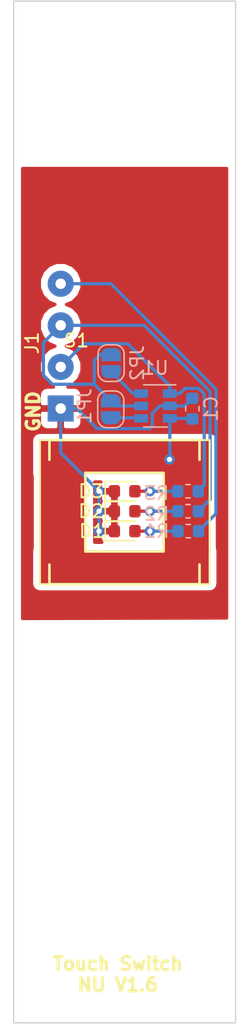
<source format=kicad_pcb>
(kicad_pcb (version 20171130) (host pcbnew 5.0.2-bee76a0~70~ubuntu18.04.1)

  (general
    (thickness 1.6)
    (drawings 36)
    (tracks 83)
    (zones 0)
    (modules 12)
    (nets 11)
  )

  (page A4)
  (layers
    (0 F.Cu signal)
    (31 B.Cu signal)
    (32 B.Adhes user)
    (33 F.Adhes user)
    (34 B.Paste user)
    (35 F.Paste user)
    (36 B.SilkS user)
    (37 F.SilkS user)
    (38 B.Mask user)
    (39 F.Mask user)
    (40 Dwgs.User user)
    (41 Cmts.User user hide)
    (42 Eco1.User user)
    (43 Eco2.User user)
    (44 Edge.Cuts user)
    (45 Margin user)
    (46 B.CrtYd user)
    (47 F.CrtYd user)
    (48 B.Fab user hide)
    (49 F.Fab user hide)
  )

  (setup
    (last_trace_width 0.25)
    (trace_clearance 0.2)
    (zone_clearance 0.508)
    (zone_45_only no)
    (trace_min 0.2)
    (segment_width 0.2)
    (edge_width 0.2)
    (via_size 0.8)
    (via_drill 0.4)
    (via_min_size 0.4)
    (via_min_drill 0.3)
    (uvia_size 0.3)
    (uvia_drill 0.1)
    (uvias_allowed no)
    (uvia_min_size 0.2)
    (uvia_min_drill 0.1)
    (pcb_text_width 0.3)
    (pcb_text_size 1.5 1.5)
    (mod_edge_width 0.15)
    (mod_text_size 1 1)
    (mod_text_width 0.15)
    (pad_size 10 10)
    (pad_drill 0)
    (pad_to_mask_clearance 0)
    (solder_mask_min_width 0.25)
    (aux_axis_origin 0 0)
    (visible_elements FFFBFF7F)
    (pcbplotparams
      (layerselection 0x010fc_ffffffff)
      (usegerberextensions true)
      (usegerberattributes false)
      (usegerberadvancedattributes false)
      (creategerberjobfile false)
      (excludeedgelayer true)
      (linewidth 0.100000)
      (plotframeref false)
      (viasonmask false)
      (mode 1)
      (useauxorigin false)
      (hpglpennumber 1)
      (hpglpenspeed 20)
      (hpglpendiameter 15.000000)
      (psnegative false)
      (psa4output false)
      (plotreference true)
      (plotvalue true)
      (plotinvisibletext false)
      (padsonsilk false)
      (subtractmaskfromsilk false)
      (outputformat 1)
      (mirror false)
      (drillshape 0)
      (scaleselection 1)
      (outputdirectory "Gerber/V1_5_80mm/"))
  )

  (net 0 "")
  (net 1 "Net-(C1-Pad1)")
  (net 2 "Net-(C1-Pad2)")
  (net 3 "Net-(D1-Pad2)")
  (net 4 "Net-(D2-Pad2)")
  (net 5 "Net-(D3-Pad2)")
  (net 6 "Net-(J1-Pad2)")
  (net 7 "Net-(J1-Pad3)")
  (net 8 "Net-(J1-Pad4)")
  (net 9 "Net-(JP1-Pad1)")
  (net 10 "Net-(JP2-Pad1)")

  (net_class Default "This is the default net class."
    (clearance 0.2)
    (trace_width 0.25)
    (via_dia 0.8)
    (via_drill 0.4)
    (uvia_dia 0.3)
    (uvia_drill 0.1)
    (add_net "Net-(C1-Pad1)")
    (add_net "Net-(C1-Pad2)")
    (add_net "Net-(D1-Pad2)")
    (add_net "Net-(D2-Pad2)")
    (add_net "Net-(D3-Pad2)")
    (add_net "Net-(J1-Pad2)")
    (add_net "Net-(J1-Pad3)")
    (add_net "Net-(J1-Pad4)")
    (add_net "Net-(JP1-Pad1)")
    (add_net "Net-(JP2-Pad1)")
  )

  (module Jumper:SolderJumper-2_P1.3mm_Open_RoundedPad1.0x1.5mm (layer B.Cu) (tedit 5B391E66) (tstamp 5DB82044)
    (at 119.05 77.825 90)
    (descr "SMD Solder Jumper, 1x1.5mm, rounded Pads, 0.3mm gap, open")
    (tags "solder jumper open")
    (path /5D357067)
    (attr virtual)
    (fp_text reference JP2 (at 0 2 90) (layer B.SilkS)
      (effects (font (size 1 1) (thickness 0.15)) (justify mirror))
    )
    (fp_text value SolderJumper_2_Open (at 0 -1.9 90) (layer B.Fab)
      (effects (font (size 1 1) (thickness 0.15)) (justify mirror))
    )
    (fp_line (start 1.65 -1.25) (end -1.65 -1.25) (layer B.CrtYd) (width 0.05))
    (fp_line (start 1.65 -1.25) (end 1.65 1.25) (layer B.CrtYd) (width 0.05))
    (fp_line (start -1.65 1.25) (end -1.65 -1.25) (layer B.CrtYd) (width 0.05))
    (fp_line (start -1.65 1.25) (end 1.65 1.25) (layer B.CrtYd) (width 0.05))
    (fp_line (start -0.7 1) (end 0.7 1) (layer B.SilkS) (width 0.12))
    (fp_line (start 1.4 0.3) (end 1.4 -0.3) (layer B.SilkS) (width 0.12))
    (fp_line (start 0.7 -1) (end -0.7 -1) (layer B.SilkS) (width 0.12))
    (fp_line (start -1.4 -0.3) (end -1.4 0.3) (layer B.SilkS) (width 0.12))
    (fp_arc (start -0.7 0.3) (end -0.7 1) (angle 90) (layer B.SilkS) (width 0.12))
    (fp_arc (start -0.7 -0.3) (end -1.4 -0.3) (angle 90) (layer B.SilkS) (width 0.12))
    (fp_arc (start 0.7 -0.3) (end 0.7 -1) (angle 90) (layer B.SilkS) (width 0.12))
    (fp_arc (start 0.7 0.3) (end 1.4 0.3) (angle 90) (layer B.SilkS) (width 0.12))
    (pad 2 smd custom (at 0.65 0 90) (size 1 0.5) (layers B.Cu B.Mask)
      (net 7 "Net-(J1-Pad3)") (zone_connect 0)
      (options (clearance outline) (anchor rect))
      (primitives
        (gr_circle (center 0 -0.25) (end 0.5 -0.25) (width 0))
        (gr_circle (center 0 0.25) (end 0.5 0.25) (width 0))
        (gr_poly (pts
           (xy 0 0.75) (xy -0.5 0.75) (xy -0.5 -0.75) (xy 0 -0.75)) (width 0))
      ))
    (pad 1 smd custom (at -0.65 0 90) (size 1 0.5) (layers B.Cu B.Mask)
      (net 10 "Net-(JP2-Pad1)") (zone_connect 0)
      (options (clearance outline) (anchor rect))
      (primitives
        (gr_circle (center 0 -0.25) (end 0.5 -0.25) (width 0))
        (gr_circle (center 0 0.25) (end 0.5 0.25) (width 0))
        (gr_poly (pts
           (xy 0 0.75) (xy 0.5 0.75) (xy 0.5 -0.75) (xy 0 -0.75)) (width 0))
      ))
  )

  (module Jumper:SolderJumper-2_P1.3mm_Open_RoundedPad1.0x1.5mm (layer B.Cu) (tedit 5B391E66) (tstamp 5DB82083)
    (at 119.025 81.35 90)
    (descr "SMD Solder Jumper, 1x1.5mm, rounded Pads, 0.3mm gap, open")
    (tags "solder jumper open")
    (path /5D356FFC)
    (attr virtual)
    (fp_text reference JP1 (at 0.25 -2 90) (layer B.SilkS)
      (effects (font (size 1 1) (thickness 0.15)) (justify mirror))
    )
    (fp_text value SolderJumper_2_Open (at 0 -1.9 90) (layer B.Fab)
      (effects (font (size 1 1) (thickness 0.15)) (justify mirror))
    )
    (fp_arc (start 0.7 0.3) (end 1.4 0.3) (angle 90) (layer B.SilkS) (width 0.12))
    (fp_arc (start 0.7 -0.3) (end 0.7 -1) (angle 90) (layer B.SilkS) (width 0.12))
    (fp_arc (start -0.7 -0.3) (end -1.4 -0.3) (angle 90) (layer B.SilkS) (width 0.12))
    (fp_arc (start -0.7 0.3) (end -0.7 1) (angle 90) (layer B.SilkS) (width 0.12))
    (fp_line (start -1.4 -0.3) (end -1.4 0.3) (layer B.SilkS) (width 0.12))
    (fp_line (start 0.7 -1) (end -0.7 -1) (layer B.SilkS) (width 0.12))
    (fp_line (start 1.4 0.3) (end 1.4 -0.3) (layer B.SilkS) (width 0.12))
    (fp_line (start -0.7 1) (end 0.7 1) (layer B.SilkS) (width 0.12))
    (fp_line (start -1.65 1.25) (end 1.65 1.25) (layer B.CrtYd) (width 0.05))
    (fp_line (start -1.65 1.25) (end -1.65 -1.25) (layer B.CrtYd) (width 0.05))
    (fp_line (start 1.65 -1.25) (end 1.65 1.25) (layer B.CrtYd) (width 0.05))
    (fp_line (start 1.65 -1.25) (end -1.65 -1.25) (layer B.CrtYd) (width 0.05))
    (pad 1 smd custom (at -0.65 0 90) (size 1 0.5) (layers B.Cu B.Mask)
      (net 9 "Net-(JP1-Pad1)") (zone_connect 0)
      (options (clearance outline) (anchor rect))
      (primitives
        (gr_circle (center 0 -0.25) (end 0.5 -0.25) (width 0))
        (gr_circle (center 0 0.25) (end 0.5 0.25) (width 0))
        (gr_poly (pts
           (xy 0 0.75) (xy 0.5 0.75) (xy 0.5 -0.75) (xy 0 -0.75)) (width 0))
      ))
    (pad 2 smd custom (at 0.65 0 90) (size 1 0.5) (layers B.Cu B.Mask)
      (net 7 "Net-(J1-Pad3)") (zone_connect 0)
      (options (clearance outline) (anchor rect))
      (primitives
        (gr_circle (center 0 -0.25) (end 0.5 -0.25) (width 0))
        (gr_circle (center 0 0.25) (end 0.5 0.25) (width 0))
        (gr_poly (pts
           (xy 0 0.75) (xy -0.5 0.75) (xy -0.5 -0.75) (xy 0 -0.75)) (width 0))
      ))
  )

  (module Package_TO_SOT_SMD:SOT-23-6 (layer B.Cu) (tedit 5A02FF57) (tstamp 5DB820BA)
    (at 122.451 81.092 180)
    (descr "6-pin SOT-23 package")
    (tags SOT-23-6)
    (path /5D355C7E)
    (attr smd)
    (fp_text reference U1 (at 0 2.9 180) (layer B.SilkS)
      (effects (font (size 1 1) (thickness 0.15)) (justify mirror))
    )
    (fp_text value TTP223 (at 0 -2.9 180) (layer B.Fab)
      (effects (font (size 1 1) (thickness 0.15)) (justify mirror))
    )
    (fp_text user %R (at 0 0 90) (layer B.Fab)
      (effects (font (size 0.5 0.5) (thickness 0.075)) (justify mirror))
    )
    (fp_line (start -0.9 -1.61) (end 0.9 -1.61) (layer B.SilkS) (width 0.12))
    (fp_line (start 0.9 1.61) (end -1.55 1.61) (layer B.SilkS) (width 0.12))
    (fp_line (start 1.9 1.8) (end -1.9 1.8) (layer B.CrtYd) (width 0.05))
    (fp_line (start 1.9 -1.8) (end 1.9 1.8) (layer B.CrtYd) (width 0.05))
    (fp_line (start -1.9 -1.8) (end 1.9 -1.8) (layer B.CrtYd) (width 0.05))
    (fp_line (start -1.9 1.8) (end -1.9 -1.8) (layer B.CrtYd) (width 0.05))
    (fp_line (start -0.9 0.9) (end -0.25 1.55) (layer B.Fab) (width 0.1))
    (fp_line (start 0.9 1.55) (end -0.25 1.55) (layer B.Fab) (width 0.1))
    (fp_line (start -0.9 0.9) (end -0.9 -1.55) (layer B.Fab) (width 0.1))
    (fp_line (start 0.9 -1.55) (end -0.9 -1.55) (layer B.Fab) (width 0.1))
    (fp_line (start 0.9 1.55) (end 0.9 -1.55) (layer B.Fab) (width 0.1))
    (pad 1 smd rect (at -1.1 0.95 180) (size 1.06 0.65) (layers B.Cu B.Paste B.Mask)
      (net 6 "Net-(J1-Pad2)"))
    (pad 2 smd rect (at -1.1 0 180) (size 1.06 0.65) (layers B.Cu B.Paste B.Mask)
      (net 2 "Net-(C1-Pad2)"))
    (pad 3 smd rect (at -1.1 -0.95 180) (size 1.06 0.65) (layers B.Cu B.Paste B.Mask)
      (net 1 "Net-(C1-Pad1)"))
    (pad 4 smd rect (at 1.1 -0.95 180) (size 1.06 0.65) (layers B.Cu B.Paste B.Mask)
      (net 9 "Net-(JP1-Pad1)"))
    (pad 6 smd rect (at 1.1 0.95 180) (size 1.06 0.65) (layers B.Cu B.Paste B.Mask)
      (net 10 "Net-(JP2-Pad1)"))
    (pad 5 smd rect (at 1.1 0 180) (size 1.06 0.65) (layers B.Cu B.Paste B.Mask)
      (net 7 "Net-(J1-Pad3)"))
    (model ${KISYS3DMOD}/Package_TO_SOT_SMD.3dshapes/SOT-23-6.wrl
      (at (xyz 0 0 0))
      (scale (xyz 1 1 1))
      (rotate (xyz 0 0 0))
    )
  )

  (module Capacitor_SMD:C_0603_1608Metric (layer B.Cu) (tedit 5B301BBE) (tstamp 5DB82238)
    (at 125.275 81.3 90)
    (descr "Capacitor SMD 0603 (1608 Metric), square (rectangular) end terminal, IPC_7351 nominal, (Body size source: http://www.tortai-tech.com/upload/download/2011102023233369053.pdf), generated with kicad-footprint-generator")
    (tags capacitor)
    (path /5D357F6A)
    (attr smd)
    (fp_text reference C1 (at 0 1.43 90) (layer B.SilkS)
      (effects (font (size 1 1) (thickness 0.15)) (justify mirror))
    )
    (fp_text value 1.2pF (at 0 -1.43 90) (layer B.Fab)
      (effects (font (size 1 1) (thickness 0.15)) (justify mirror))
    )
    (fp_line (start -0.8 -0.4) (end -0.8 0.4) (layer B.Fab) (width 0.1))
    (fp_line (start -0.8 0.4) (end 0.8 0.4) (layer B.Fab) (width 0.1))
    (fp_line (start 0.8 0.4) (end 0.8 -0.4) (layer B.Fab) (width 0.1))
    (fp_line (start 0.8 -0.4) (end -0.8 -0.4) (layer B.Fab) (width 0.1))
    (fp_line (start -0.162779 0.51) (end 0.162779 0.51) (layer B.SilkS) (width 0.12))
    (fp_line (start -0.162779 -0.51) (end 0.162779 -0.51) (layer B.SilkS) (width 0.12))
    (fp_line (start -1.48 -0.73) (end -1.48 0.73) (layer B.CrtYd) (width 0.05))
    (fp_line (start -1.48 0.73) (end 1.48 0.73) (layer B.CrtYd) (width 0.05))
    (fp_line (start 1.48 0.73) (end 1.48 -0.73) (layer B.CrtYd) (width 0.05))
    (fp_line (start 1.48 -0.73) (end -1.48 -0.73) (layer B.CrtYd) (width 0.05))
    (fp_text user %R (at 0 0 90) (layer B.Fab)
      (effects (font (size 0.4 0.4) (thickness 0.06)) (justify mirror))
    )
    (pad 1 smd roundrect (at -0.7875 0 90) (size 0.875 0.95) (layers B.Cu B.Paste B.Mask) (roundrect_rratio 0.25)
      (net 1 "Net-(C1-Pad1)"))
    (pad 2 smd roundrect (at 0.7875 0 90) (size 0.875 0.95) (layers B.Cu B.Paste B.Mask) (roundrect_rratio 0.25)
      (net 2 "Net-(C1-Pad2)"))
    (model ${KISYS3DMOD}/Capacitor_SMD.3dshapes/C_0603_1608Metric.wrl
      (at (xyz 0 0 0))
      (scale (xyz 1 1 1))
      (rotate (xyz 0 0 0))
    )
  )

  (module LED_SMD:LED_0603_1608Metric (layer F.Cu) (tedit 5B301BBE) (tstamp 5DB82270)
    (at 120.0875 90.65)
    (descr "LED SMD 0603 (1608 Metric), square (rectangular) end terminal, IPC_7351 nominal, (Body size source: http://www.tortai-tech.com/upload/download/2011102023233369053.pdf), generated with kicad-footprint-generator")
    (tags diode)
    (path /5D354EE5)
    (attr smd)
    (fp_text reference D1 (at -2.5145 0) (layer F.SilkS)
      (effects (font (size 1 1) (thickness 0.15)))
    )
    (fp_text value LED_RED (at -7.9625 -0.1) (layer F.Fab)
      (effects (font (size 1 1) (thickness 0.15)))
    )
    (fp_line (start 0.8 -0.4) (end -0.5 -0.4) (layer F.Fab) (width 0.1))
    (fp_line (start -0.5 -0.4) (end -0.8 -0.1) (layer F.Fab) (width 0.1))
    (fp_line (start -0.8 -0.1) (end -0.8 0.4) (layer F.Fab) (width 0.1))
    (fp_line (start -0.8 0.4) (end 0.8 0.4) (layer F.Fab) (width 0.1))
    (fp_line (start 0.8 0.4) (end 0.8 -0.4) (layer F.Fab) (width 0.1))
    (fp_line (start 0.8 -0.735) (end -1.485 -0.735) (layer F.SilkS) (width 0.12))
    (fp_line (start -1.485 -0.735) (end -1.485 0.735) (layer F.SilkS) (width 0.12))
    (fp_line (start -1.485 0.735) (end 0.8 0.735) (layer F.SilkS) (width 0.12))
    (fp_line (start -1.48 0.73) (end -1.48 -0.73) (layer F.CrtYd) (width 0.05))
    (fp_line (start -1.48 -0.73) (end 1.48 -0.73) (layer F.CrtYd) (width 0.05))
    (fp_line (start 1.48 -0.73) (end 1.48 0.73) (layer F.CrtYd) (width 0.05))
    (fp_line (start 1.48 0.73) (end -1.48 0.73) (layer F.CrtYd) (width 0.05))
    (fp_text user %R (at 0 0) (layer F.Fab)
      (effects (font (size 0.4 0.4) (thickness 0.06)))
    )
    (pad 1 smd roundrect (at -0.7875 0) (size 0.875 0.95) (layers F.Cu F.Paste F.Mask) (roundrect_rratio 0.25)
      (net 2 "Net-(C1-Pad2)"))
    (pad 2 smd roundrect (at 0.7875 0) (size 0.875 0.95) (layers F.Cu F.Paste F.Mask) (roundrect_rratio 0.25)
      (net 3 "Net-(D1-Pad2)"))
    (model ${KISYS3DMOD}/LED_SMD.3dshapes/LED_0603_1608Metric.wrl
      (at (xyz 0 0 0))
      (scale (xyz 1 1 1))
      (rotate (xyz 0 0 0))
    )
  )

  (module LED_SMD:LED_0603_1608Metric (layer F.Cu) (tedit 5B301BBE) (tstamp 5DB822AC)
    (at 120.0875 89.131)
    (descr "LED SMD 0603 (1608 Metric), square (rectangular) end terminal, IPC_7351 nominal, (Body size source: http://www.tortai-tech.com/upload/download/2011102023233369053.pdf), generated with kicad-footprint-generator")
    (tags diode)
    (path /5D354FAC)
    (attr smd)
    (fp_text reference D2 (at -2.5655 0) (layer F.SilkS)
      (effects (font (size 1 1) (thickness 0.15)))
    )
    (fp_text value LED_BLUE (at -7.5875 -0.006) (layer F.Fab)
      (effects (font (size 1 1) (thickness 0.15)))
    )
    (fp_text user %R (at 0 0) (layer F.Fab)
      (effects (font (size 0.4 0.4) (thickness 0.06)))
    )
    (fp_line (start 1.48 0.73) (end -1.48 0.73) (layer F.CrtYd) (width 0.05))
    (fp_line (start 1.48 -0.73) (end 1.48 0.73) (layer F.CrtYd) (width 0.05))
    (fp_line (start -1.48 -0.73) (end 1.48 -0.73) (layer F.CrtYd) (width 0.05))
    (fp_line (start -1.48 0.73) (end -1.48 -0.73) (layer F.CrtYd) (width 0.05))
    (fp_line (start -1.485 0.735) (end 0.8 0.735) (layer F.SilkS) (width 0.12))
    (fp_line (start -1.485 -0.735) (end -1.485 0.735) (layer F.SilkS) (width 0.12))
    (fp_line (start 0.8 -0.735) (end -1.485 -0.735) (layer F.SilkS) (width 0.12))
    (fp_line (start 0.8 0.4) (end 0.8 -0.4) (layer F.Fab) (width 0.1))
    (fp_line (start -0.8 0.4) (end 0.8 0.4) (layer F.Fab) (width 0.1))
    (fp_line (start -0.8 -0.1) (end -0.8 0.4) (layer F.Fab) (width 0.1))
    (fp_line (start -0.5 -0.4) (end -0.8 -0.1) (layer F.Fab) (width 0.1))
    (fp_line (start 0.8 -0.4) (end -0.5 -0.4) (layer F.Fab) (width 0.1))
    (pad 2 smd roundrect (at 0.7875 0) (size 0.875 0.95) (layers F.Cu F.Paste F.Mask) (roundrect_rratio 0.25)
      (net 4 "Net-(D2-Pad2)"))
    (pad 1 smd roundrect (at -0.7875 0) (size 0.875 0.95) (layers F.Cu F.Paste F.Mask) (roundrect_rratio 0.25)
      (net 2 "Net-(C1-Pad2)"))
    (model ${KISYS3DMOD}/LED_SMD.3dshapes/LED_0603_1608Metric.wrl
      (at (xyz 0 0 0))
      (scale (xyz 1 1 1))
      (rotate (xyz 0 0 0))
    )
  )

  (module LED_SMD:LED_0603_1608Metric (layer F.Cu) (tedit 5B301BBE) (tstamp 5DB822E8)
    (at 120.0875 87.607)
    (descr "LED SMD 0603 (1608 Metric), square (rectangular) end terminal, IPC_7351 nominal, (Body size source: http://www.tortai-tech.com/upload/download/2011102023233369053.pdf), generated with kicad-footprint-generator")
    (tags diode)
    (path /5D35627F)
    (attr smd)
    (fp_text reference D3 (at -2.5655 0) (layer F.SilkS)
      (effects (font (size 1 1) (thickness 0.15)))
    )
    (fp_text value LED_GREEN (at -6.9375 0.018) (layer F.Fab)
      (effects (font (size 1 1) (thickness 0.15)))
    )
    (fp_line (start 0.8 -0.4) (end -0.5 -0.4) (layer F.Fab) (width 0.1))
    (fp_line (start -0.5 -0.4) (end -0.8 -0.1) (layer F.Fab) (width 0.1))
    (fp_line (start -0.8 -0.1) (end -0.8 0.4) (layer F.Fab) (width 0.1))
    (fp_line (start -0.8 0.4) (end 0.8 0.4) (layer F.Fab) (width 0.1))
    (fp_line (start 0.8 0.4) (end 0.8 -0.4) (layer F.Fab) (width 0.1))
    (fp_line (start 0.8 -0.735) (end -1.485 -0.735) (layer F.SilkS) (width 0.12))
    (fp_line (start -1.485 -0.735) (end -1.485 0.735) (layer F.SilkS) (width 0.12))
    (fp_line (start -1.485 0.735) (end 0.8 0.735) (layer F.SilkS) (width 0.12))
    (fp_line (start -1.48 0.73) (end -1.48 -0.73) (layer F.CrtYd) (width 0.05))
    (fp_line (start -1.48 -0.73) (end 1.48 -0.73) (layer F.CrtYd) (width 0.05))
    (fp_line (start 1.48 -0.73) (end 1.48 0.73) (layer F.CrtYd) (width 0.05))
    (fp_line (start 1.48 0.73) (end -1.48 0.73) (layer F.CrtYd) (width 0.05))
    (fp_text user %R (at 0 0) (layer F.Fab)
      (effects (font (size 0.4 0.4) (thickness 0.06)))
    )
    (pad 1 smd roundrect (at -0.7875 0) (size 0.875 0.95) (layers F.Cu F.Paste F.Mask) (roundrect_rratio 0.25)
      (net 2 "Net-(C1-Pad2)"))
    (pad 2 smd roundrect (at 0.7875 0) (size 0.875 0.95) (layers F.Cu F.Paste F.Mask) (roundrect_rratio 0.25)
      (net 5 "Net-(D3-Pad2)"))
    (model ${KISYS3DMOD}/LED_SMD.3dshapes/LED_0603_1608Metric.wrl
      (at (xyz 0 0 0))
      (scale (xyz 1 1 1))
      (rotate (xyz 0 0 0))
    )
  )

  (module Connector_Wire:SolderWirePad_1x04_P3.175mm_Drill0.8mm (layer F.Cu) (tedit 5AEE5FAE) (tstamp 5DB821B6)
    (at 115.188 81.288 90)
    (descr "Wire solder connection")
    (tags connector)
    (path /5CC28BDB)
    (attr virtual)
    (fp_text reference J1 (at 5 -2.2 90) (layer F.SilkS)
      (effects (font (size 1 1) (thickness 0.15)))
    )
    (fp_text value Conn_01x04 (at 4.7625 3.175 90) (layer F.Fab)
      (effects (font (size 1 1) (thickness 0.15)))
    )
    (fp_text user %R (at 4.7625 0 90) (layer F.Fab)
      (effects (font (size 1 1) (thickness 0.15)))
    )
    (fp_line (start -1.5 -1.5) (end 11.02 -1.5) (layer F.CrtYd) (width 0.05))
    (fp_line (start -1.5 -1.5) (end -1.5 1.5) (layer F.CrtYd) (width 0.05))
    (fp_line (start 11.02 1.5) (end 11.02 -1.5) (layer F.CrtYd) (width 0.05))
    (fp_line (start 11.02 1.5) (end -1.5 1.5) (layer F.CrtYd) (width 0.05))
    (pad 1 thru_hole rect (at 0 0 90) (size 1.99898 1.99898) (drill 0.8001) (layers *.Cu *.Mask)
      (net 2 "Net-(C1-Pad2)"))
    (pad 2 thru_hole circle (at 3.175 0 90) (size 1.99898 1.99898) (drill 0.8001) (layers *.Cu *.Mask)
      (net 6 "Net-(J1-Pad2)"))
    (pad 3 thru_hole circle (at 6.35 0 90) (size 1.99898 1.99898) (drill 0.8001) (layers *.Cu *.Mask)
      (net 7 "Net-(J1-Pad3)"))
    (pad 4 thru_hole circle (at 9.525 0 90) (size 1.99898 1.99898) (drill 0.8001) (layers *.Cu *.Mask)
      (net 8 "Net-(J1-Pad4)"))
  )

  (module Resistor_SMD:R_0603_1608Metric (layer B.Cu) (tedit 5B301BBD) (tstamp 5DB82166)
    (at 124.9625 90.65 180)
    (descr "Resistor SMD 0603 (1608 Metric), square (rectangular) end terminal, IPC_7351 nominal, (Body size source: http://www.tortai-tech.com/upload/download/2011102023233369053.pdf), generated with kicad-footprint-generator")
    (tags resistor)
    (path /5CF9F5F0)
    (attr smd)
    (fp_text reference R1 (at 2.424 0.004 180) (layer B.SilkS)
      (effects (font (size 1 1) (thickness 0.15)) (justify mirror))
    )
    (fp_text value 150E (at 0 -1.43 180) (layer B.Fab)
      (effects (font (size 1 1) (thickness 0.15)) (justify mirror))
    )
    (fp_line (start -0.8 -0.4) (end -0.8 0.4) (layer B.Fab) (width 0.1))
    (fp_line (start -0.8 0.4) (end 0.8 0.4) (layer B.Fab) (width 0.1))
    (fp_line (start 0.8 0.4) (end 0.8 -0.4) (layer B.Fab) (width 0.1))
    (fp_line (start 0.8 -0.4) (end -0.8 -0.4) (layer B.Fab) (width 0.1))
    (fp_line (start -0.162779 0.51) (end 0.162779 0.51) (layer B.SilkS) (width 0.12))
    (fp_line (start -0.162779 -0.51) (end 0.162779 -0.51) (layer B.SilkS) (width 0.12))
    (fp_line (start -1.48 -0.73) (end -1.48 0.73) (layer B.CrtYd) (width 0.05))
    (fp_line (start -1.48 0.73) (end 1.48 0.73) (layer B.CrtYd) (width 0.05))
    (fp_line (start 1.48 0.73) (end 1.48 -0.73) (layer B.CrtYd) (width 0.05))
    (fp_line (start 1.48 -0.73) (end -1.48 -0.73) (layer B.CrtYd) (width 0.05))
    (fp_text user %R (at 0 0 180) (layer B.Fab)
      (effects (font (size 0.4 0.4) (thickness 0.06)) (justify mirror))
    )
    (pad 1 smd roundrect (at -0.7875 0 180) (size 0.875 0.95) (layers B.Cu B.Paste B.Mask) (roundrect_rratio 0.25)
      (net 8 "Net-(J1-Pad4)"))
    (pad 2 smd roundrect (at 0.7875 0 180) (size 0.875 0.95) (layers B.Cu B.Paste B.Mask) (roundrect_rratio 0.25)
      (net 3 "Net-(D1-Pad2)"))
    (model ${KISYS3DMOD}/Resistor_SMD.3dshapes/R_0603_1608Metric.wrl
      (at (xyz 0 0 0))
      (scale (xyz 1 1 1))
      (rotate (xyz 0 0 0))
    )
  )

  (module Resistor_SMD:R_0603_1608Metric (layer B.Cu) (tedit 5B301BBD) (tstamp 5DB820F7)
    (at 124.95 89.131 180)
    (descr "Resistor SMD 0603 (1608 Metric), square (rectangular) end terminal, IPC_7351 nominal, (Body size source: http://www.tortai-tech.com/upload/download/2011102023233369053.pdf), generated with kicad-footprint-generator")
    (tags resistor)
    (path /5CF9F9D8)
    (attr smd)
    (fp_text reference R2 (at 2.424 -0.198 180) (layer B.SilkS)
      (effects (font (size 1 1) (thickness 0.15)) (justify mirror))
    )
    (fp_text value 150E (at 0 -1.43 180) (layer B.Fab)
      (effects (font (size 1 1) (thickness 0.15)) (justify mirror))
    )
    (fp_text user %R (at 0 0 180) (layer B.Fab)
      (effects (font (size 0.4 0.4) (thickness 0.06)) (justify mirror))
    )
    (fp_line (start 1.48 -0.73) (end -1.48 -0.73) (layer B.CrtYd) (width 0.05))
    (fp_line (start 1.48 0.73) (end 1.48 -0.73) (layer B.CrtYd) (width 0.05))
    (fp_line (start -1.48 0.73) (end 1.48 0.73) (layer B.CrtYd) (width 0.05))
    (fp_line (start -1.48 -0.73) (end -1.48 0.73) (layer B.CrtYd) (width 0.05))
    (fp_line (start -0.162779 -0.51) (end 0.162779 -0.51) (layer B.SilkS) (width 0.12))
    (fp_line (start -0.162779 0.51) (end 0.162779 0.51) (layer B.SilkS) (width 0.12))
    (fp_line (start 0.8 -0.4) (end -0.8 -0.4) (layer B.Fab) (width 0.1))
    (fp_line (start 0.8 0.4) (end 0.8 -0.4) (layer B.Fab) (width 0.1))
    (fp_line (start -0.8 0.4) (end 0.8 0.4) (layer B.Fab) (width 0.1))
    (fp_line (start -0.8 -0.4) (end -0.8 0.4) (layer B.Fab) (width 0.1))
    (pad 2 smd roundrect (at 0.7875 0 180) (size 0.875 0.95) (layers B.Cu B.Paste B.Mask) (roundrect_rratio 0.25)
      (net 4 "Net-(D2-Pad2)"))
    (pad 1 smd roundrect (at -0.7875 0 180) (size 0.875 0.95) (layers B.Cu B.Paste B.Mask) (roundrect_rratio 0.25)
      (net 7 "Net-(J1-Pad3)"))
    (model ${KISYS3DMOD}/Resistor_SMD.3dshapes/R_0603_1608Metric.wrl
      (at (xyz 0 0 0))
      (scale (xyz 1 1 1))
      (rotate (xyz 0 0 0))
    )
  )

  (module Resistor_SMD:R_0603_1608Metric (layer B.Cu) (tedit 5B301BBD) (tstamp 5DB81FF8)
    (at 124.9375 87.607 180)
    (descr "Resistor SMD 0603 (1608 Metric), square (rectangular) end terminal, IPC_7351 nominal, (Body size source: http://www.tortai-tech.com/upload/download/2011102023233369053.pdf), generated with kicad-footprint-generator")
    (tags resistor)
    (path /5D356277)
    (attr smd)
    (fp_text reference R3 (at 2.424 -0.146 180) (layer B.SilkS)
      (effects (font (size 1 1) (thickness 0.15)) (justify mirror))
    )
    (fp_text value 150E (at 0 -1.43 180) (layer B.Fab)
      (effects (font (size 1 1) (thickness 0.15)) (justify mirror))
    )
    (fp_line (start -0.8 -0.4) (end -0.8 0.4) (layer B.Fab) (width 0.1))
    (fp_line (start -0.8 0.4) (end 0.8 0.4) (layer B.Fab) (width 0.1))
    (fp_line (start 0.8 0.4) (end 0.8 -0.4) (layer B.Fab) (width 0.1))
    (fp_line (start 0.8 -0.4) (end -0.8 -0.4) (layer B.Fab) (width 0.1))
    (fp_line (start -0.162779 0.51) (end 0.162779 0.51) (layer B.SilkS) (width 0.12))
    (fp_line (start -0.162779 -0.51) (end 0.162779 -0.51) (layer B.SilkS) (width 0.12))
    (fp_line (start -1.48 -0.73) (end -1.48 0.73) (layer B.CrtYd) (width 0.05))
    (fp_line (start -1.48 0.73) (end 1.48 0.73) (layer B.CrtYd) (width 0.05))
    (fp_line (start 1.48 0.73) (end 1.48 -0.73) (layer B.CrtYd) (width 0.05))
    (fp_line (start 1.48 -0.73) (end -1.48 -0.73) (layer B.CrtYd) (width 0.05))
    (fp_text user %R (at 0 0 180) (layer B.Fab)
      (effects (font (size 0.4 0.4) (thickness 0.06)) (justify mirror))
    )
    (pad 1 smd roundrect (at -0.7875 0 180) (size 0.875 0.95) (layers B.Cu B.Paste B.Mask) (roundrect_rratio 0.25)
      (net 6 "Net-(J1-Pad2)"))
    (pad 2 smd roundrect (at 0.7875 0 180) (size 0.875 0.95) (layers B.Cu B.Paste B.Mask) (roundrect_rratio 0.25)
      (net 5 "Net-(D3-Pad2)"))
    (model ${KISYS3DMOD}/Resistor_SMD.3dshapes/R_0603_1608Metric.wrl
      (at (xyz 0 0 0))
      (scale (xyz 1 1 1))
      (rotate (xyz 0 0 0))
    )
  )

  (module mylib:Touch_pad_with_backlight (layer F.Cu) (tedit 5DAD4463) (tstamp 5DB82128)
    (at 113.6 83.7)
    (path /5D358A76)
    (fp_text reference S1 (at 2.8 -7.6) (layer F.SilkS)
      (effects (font (size 1 1) (thickness 0.15)))
    )
    (fp_text value Solder_pad (at 9.7 -9) (layer F.Fab)
      (effects (font (size 1 1) (thickness 0.15)))
    )
    (fp_line (start 0 0) (end 13 0) (layer F.SilkS) (width 0.15))
    (fp_line (start 13 0) (end 13 11) (layer F.SilkS) (width 0.15))
    (fp_line (start 13 11) (end 0 11) (layer F.SilkS) (width 0.15))
    (fp_line (start 0 11) (end 0 0) (layer F.SilkS) (width 0.15))
    (pad 1 smd rect (at 6.5 1.3) (size 13 2.5) (layers F.Cu F.Paste F.Mask)
      (net 1 "Net-(C1-Pad1)"))
    (pad 1 smd rect (at 6.5 9.7) (size 13 2.5) (layers F.Cu F.Paste F.Mask)
      (net 1 "Net-(C1-Pad1)"))
    (pad 1 smd rect (at 1.8 5.5) (size 3.5 7) (layers F.Cu F.Paste F.Mask)
      (net 1 "Net-(C1-Pad1)"))
    (pad 1 smd rect (at 11.2 5.4) (size 3.5 7) (layers F.Cu F.Paste F.Mask)
      (net 1 "Net-(C1-Pad1)"))
  )

  (gr_text "V1.6 : Moved the touch pad in the center of the PCB" (at 210.4 169.05) (layer Cmts.User)
    (effects (font (size 1.5 1.5) (thickness 0.3)))
  )
  (gr_line (start 111.6 89.2) (end 128.575 89.2) (layer Dwgs.User) (width 0.2) (tstamp 5DB810D8))
  (gr_line (start 117.075 86.2) (end 123.075 86.2) (layer F.SilkS) (width 0.2) (tstamp 5DB820E5))
  (gr_line (start 117.075 92.2) (end 117.075 86.2) (layer F.SilkS) (width 0.2) (tstamp 5DB821CF))
  (gr_line (start 123.075 92.2) (end 117.075 92.2) (layer F.SilkS) (width 0.2) (tstamp 5DB821D2))
  (gr_line (start 123.075 86.2) (end 123.075 92.2) (layer F.SilkS) (width 0.2) (tstamp 5DB8221A))
  (gr_line (start 125.825 83.7) (end 125.825 85.2) (layer F.SilkS) (width 0.2) (tstamp 5DB822D4))
  (gr_line (start 114.325 83.7) (end 114.325 85.2) (layer F.SilkS) (width 0.2) (tstamp 5DB822D1))
  (gr_line (start 114.325 83.7) (end 125.825 83.7) (layer F.SilkS) (width 0.2) (tstamp 5DB821F0))
  (gr_line (start 114.325 93.2) (end 114.325 94.7) (layer F.SilkS) (width 0.2) (tstamp 5DB82031))
  (gr_line (start 125.825 93.2) (end 125.825 94.7) (layer F.SilkS) (width 0.2) (tstamp 5DB8202E))
  (gr_line (start 125.825 83.7) (end 114.325 94.7) (layer Cmts.User) (width 0.2) (tstamp 5DB8202B))
  (gr_line (start 114.325 83.7) (end 125.825 94.7) (layer Cmts.User) (width 0.2) (tstamp 5DB82028))
  (gr_line (start 125.825 94.7) (end 114.325 94.7) (layer F.SilkS) (width 0.2) (tstamp 5DB82025))
  (gr_line (start 126.575 82.7) (end 113.575 95.7) (layer Dwgs.User) (width 0.2) (tstamp 5DB82022))
  (gr_line (start 113.575 82.7) (end 126.575 95.7) (layer Dwgs.User) (width 0.2) (tstamp 5DB8201F))
  (gr_poly (pts (xy 113.575 82.7) (xy 126.575 82.7) (xy 126.575 95.7) (xy 113.575 95.7) (xy 113.575 82.7)) (layer Cmts.User) (width 0.15) (tstamp 5DB8201C))
  (gr_line (start 120.1 128.2) (end 120.1 50.2) (layer Dwgs.User) (width 0.2) (tstamp 5D9887B9))
  (gr_text GND (at 113.088 81.513 90) (layer F.SilkS) (tstamp 5DB82142)
    (effects (font (size 1 1) (thickness 0.25)))
  )
  (gr_text "Touch Switch\nNU V1.6" (at 119.563 124.488) (layer F.SilkS)
    (effects (font (size 1 1) (thickness 0.25)))
  )
  (gr_text "Touch Panel" (at 145.388 89.138) (layer Cmts.User) (tstamp 5DB81F86)
    (effects (font (size 1 1) (thickness 0.25)))
  )
  (gr_line (start 113.575 95.7) (end 113.575 82.7) (layer Dwgs.User) (width 0.2) (tstamp 5DB81F83))
  (gr_line (start 126.575 95.7) (end 113.575 95.7) (layer Dwgs.User) (width 0.2) (tstamp 5DB81F80))
  (gr_line (start 126.575 82.7) (end 126.575 95.7) (layer Dwgs.User) (width 0.2) (tstamp 5DB81F7D))
  (gr_line (start 113.575 82.7) (end 126.575 82.7) (layer Dwgs.User) (width 0.2) (tstamp 5DB81F7A))
  (dimension 78 (width 0.3) (layer Cmts.User)
    (gr_text "78.000 mm" (at 82.588 89.188 270) (layer Cmts.User)
      (effects (font (size 1.5 1.5) (thickness 0.3)))
    )
    (feature1 (pts (xy 111.588 128.188) (xy 84.101579 128.188)))
    (feature2 (pts (xy 111.588 50.188) (xy 84.101579 50.188)))
    (crossbar (pts (xy 84.688 50.188) (xy 84.688 128.188)))
    (arrow1a (pts (xy 84.688 128.188) (xy 84.101579 127.061496)))
    (arrow1b (pts (xy 84.688 128.188) (xy 85.274421 127.061496)))
    (arrow2a (pts (xy 84.688 50.188) (xy 84.101579 51.314504)))
    (arrow2b (pts (xy 84.688 50.188) (xy 85.274421 51.314504)))
  )
  (dimension 17 (width 0.3) (layer Cmts.User)
    (gr_text "17.000 mm" (at 120.088 141.988) (layer Cmts.User)
      (effects (font (size 1.5 1.5) (thickness 0.3)))
    )
    (feature1 (pts (xy 128.588 128.188) (xy 128.588 140.474421)))
    (feature2 (pts (xy 111.588 128.188) (xy 111.588 140.474421)))
    (crossbar (pts (xy 111.588 139.888) (xy 128.588 139.888)))
    (arrow1a (pts (xy 128.588 139.888) (xy 127.461496 140.474421)))
    (arrow1b (pts (xy 128.588 139.888) (xy 127.461496 139.301579)))
    (arrow2a (pts (xy 111.588 139.888) (xy 112.714504 140.474421)))
    (arrow2b (pts (xy 111.588 139.888) (xy 112.714504 139.301579)))
  )
  (dimension 13 (width 0.3) (layer Cmts.User) (tstamp 5DB81FCC)
    (gr_text "13.000 mm" (at 137.7 89.2 270) (layer Cmts.User) (tstamp 5DB81FCC)
      (effects (font (size 1.5 1.5) (thickness 0.3)))
    )
    (feature1 (pts (xy 126.575 95.7) (xy 136.186421 95.7)))
    (feature2 (pts (xy 126.575 82.7) (xy 136.186421 82.7)))
    (crossbar (pts (xy 135.6 82.7) (xy 135.6 95.7)))
    (arrow1a (pts (xy 135.6 95.7) (xy 135.013579 94.573496)))
    (arrow1b (pts (xy 135.6 95.7) (xy 136.186421 94.573496)))
    (arrow2a (pts (xy 135.6 82.7) (xy 135.013579 83.826504)))
    (arrow2b (pts (xy 135.6 82.7) (xy 136.186421 83.826504)))
  )
  (dimension 13.000024 (width 0.3) (layer Cmts.User) (tstamp 5DB82221)
    (gr_text "13.000 mm" (at 120.109589 99.649019 0.1101840555) (layer Cmts.User) (tstamp 5DB82221)
      (effects (font (size 1.5 1.5) (thickness 0.3)))
    )
    (feature1 (pts (xy 126.6 94.65) (xy 126.606679 98.122942)))
    (feature2 (pts (xy 113.6 94.675) (xy 113.606679 98.147942)))
    (crossbar (pts (xy 113.605551 97.561523) (xy 126.605551 97.536523)))
    (arrow1a (pts (xy 126.605551 97.536523) (xy 125.480177 98.125109)))
    (arrow1b (pts (xy 126.605551 97.536523) (xy 125.477922 96.95227)))
    (arrow2a (pts (xy 113.605551 97.561523) (xy 114.73318 98.145776)))
    (arrow2b (pts (xy 113.605551 97.561523) (xy 114.730925 96.972937)))
  )
  (dimension 2.000156 (width 0.3) (layer Cmts.User) (tstamp 5DB82296)
    (gr_text "2.000 mm" (at 127.553614 79.644011 0.7161599455) (layer Cmts.User) (tstamp 5DB82296)
      (effects (font (size 1.5 1.5) (thickness 0.3)))
    )
    (feature1 (pts (xy 128.589236 82.481288) (xy 128.572532 81.144972)))
    (feature2 (pts (xy 126.589236 82.506288) (xy 126.572532 81.169972)))
    (crossbar (pts (xy 126.579862 81.756347) (xy 128.579862 81.731347)))
    (arrow1a (pts (xy 128.579862 81.731347) (xy 127.460776 82.331802)))
    (arrow1b (pts (xy 128.579862 81.731347) (xy 127.446117 81.159052)))
    (arrow2a (pts (xy 126.579862 81.756347) (xy 127.713607 82.328642)))
    (arrow2b (pts (xy 126.579862 81.756347) (xy 127.698948 81.155892)))
  )
  (dimension 2 (width 0.3) (layer Cmts.User) (tstamp 5DB8225A)
    (gr_text "2.000 mm" (at 112.586058 80.852428) (layer Cmts.User) (tstamp 5DB8225A)
      (effects (font (size 1.5 1.5) (thickness 0.3)))
    )
    (feature1 (pts (xy 113.586058 83.752428) (xy 113.586058 82.366007)))
    (feature2 (pts (xy 111.586058 83.752428) (xy 111.586058 82.366007)))
    (crossbar (pts (xy 111.586058 82.952428) (xy 113.586058 82.952428)))
    (arrow1a (pts (xy 113.586058 82.952428) (xy 112.459554 83.538849)))
    (arrow1b (pts (xy 113.586058 82.952428) (xy 112.459554 82.366007)))
    (arrow2a (pts (xy 111.586058 82.952428) (xy 112.712562 83.538849)))
    (arrow2b (pts (xy 111.586058 82.952428) (xy 112.712562 82.366007)))
  )
  (dimension 32.55001 (width 0.3) (layer Cmts.User)
    (gr_text "32.50 mm" (at 142.519232 111.970118 -89.95599403) (layer Cmts.User)
      (effects (font (size 1.5 1.5) (thickness 0.3)))
    )
    (feature1 (pts (xy 136.15 95.7) (xy 140.993153 95.69628)))
    (feature2 (pts (xy 136.175 128.25) (xy 141.018153 128.24628)))
    (crossbar (pts (xy 140.431733 128.246731) (xy 140.406733 95.696731)))
    (arrow1a (pts (xy 140.406733 95.696731) (xy 140.994019 96.822784)))
    (arrow1b (pts (xy 140.406733 95.696731) (xy 139.821178 96.823685)))
    (arrow2a (pts (xy 140.431733 128.246731) (xy 141.017288 127.119777)))
    (arrow2b (pts (xy 140.431733 128.246731) (xy 139.844447 127.120678)))
  )
  (gr_line (start 111.588 50.188) (end 128.588 50.188) (layer Edge.Cuts) (width 0.1))
  (gr_line (start 128.588 50.188) (end 128.588 128.188) (layer Edge.Cuts) (width 0.1))
  (gr_line (start 111.588 128.188) (end 111.588 50.188) (layer Edge.Cuts) (width 0.1))
  (gr_line (start 128.588 128.188) (end 111.588 128.188) (layer Edge.Cuts) (width 0.1))

  (via (at 123.525 85.175) (size 0.8) (drill 0.4) (layers F.Cu B.Cu) (net 1) (tstamp 5DB821E7))
  (segment (start 123.551 82.042) (end 123.551 85.149) (width 0.25) (layer B.Cu) (net 1) (tstamp 5DB8221D))
  (segment (start 123.551 85.149) (end 123.525 85.175) (width 0.25) (layer B.Cu) (net 1) (tstamp 5DB81FC8))
  (segment (start 125.2295 82.042) (end 125.275 82.0875) (width 0.25) (layer B.Cu) (net 1) (tstamp 5DB81FC5))
  (segment (start 123.551 82.042) (end 125.2295 82.042) (width 0.25) (layer B.Cu) (net 1) (tstamp 5DB81FC2))
  (segment (start 117.95 84.875) (end 115.5 87.325) (width 0.25) (layer F.Cu) (net 1) (tstamp 5DB82226))
  (segment (start 115.5 87.325) (end 115.5 89.075) (width 0.25) (layer F.Cu) (net 1) (tstamp 5DB82118))
  (segment (start 120.2 84.875) (end 117.95 84.875) (width 0.25) (layer F.Cu) (net 1) (tstamp 5DB8213F))
  (segment (start 115.5 90.825) (end 117.95 93.275) (width 0.25) (layer F.Cu) (net 1) (tstamp 5DB8211B))
  (segment (start 117.95 93.275) (end 120.2 93.275) (width 0.25) (layer F.Cu) (net 1) (tstamp 5DB821EA))
  (segment (start 115.5 89.075) (end 115.5 90.825) (width 0.25) (layer F.Cu) (net 1) (tstamp 5DB82196))
  (segment (start 124.9 90.725) (end 124.9 88.975) (width 0.25) (layer F.Cu) (net 1) (tstamp 5DB82193))
  (segment (start 122.35 93.275) (end 124.9 90.725) (width 0.25) (layer F.Cu) (net 1) (tstamp 5DB82190))
  (segment (start 120.2 93.275) (end 122.35 93.275) (width 0.25) (layer F.Cu) (net 1) (tstamp 5DB8218D))
  (via (at 118.125 87.6) (size 0.8) (drill 0.4) (layers F.Cu B.Cu) (net 2) (tstamp 5DB8218A))
  (via (at 118.125 89.125) (size 0.8) (drill 0.4) (layers F.Cu B.Cu) (net 2) (tstamp 5DB82187))
  (via (at 118.125 90.65) (size 0.8) (drill 0.4) (layers F.Cu B.Cu) (net 2) (tstamp 5DB82154))
  (segment (start 116.43749 81.288) (end 115.188 81.288) (width 0.25) (layer B.Cu) (net 2) (tstamp 5DB81F77))
  (segment (start 122.007992 82.82501) (end 117.9745 82.82501) (width 0.25) (layer B.Cu) (net 2) (tstamp 5DB81F74))
  (segment (start 122.206001 82.627001) (end 122.007992 82.82501) (width 0.25) (layer B.Cu) (net 2) (tstamp 5DB81F71))
  (segment (start 122.206001 81.656999) (end 122.206001 82.627001) (width 0.25) (layer B.Cu) (net 2) (tstamp 5DB81F6E))
  (segment (start 122.771 81.092) (end 122.206001 81.656999) (width 0.25) (layer B.Cu) (net 2) (tstamp 5DB81F6B))
  (segment (start 117.9745 82.82501) (end 116.43749 81.288) (width 0.25) (layer B.Cu) (net 2) (tstamp 5DB81FBF))
  (segment (start 123.551 81.092) (end 122.771 81.092) (width 0.25) (layer B.Cu) (net 2) (tstamp 5DB81FBC))
  (segment (start 124.6955 81.092) (end 125.275 80.5125) (width 0.25) (layer B.Cu) (net 2) (tstamp 5DB81FB9))
  (segment (start 123.551 81.092) (end 124.6955 81.092) (width 0.25) (layer B.Cu) (net 2) (tstamp 5DB81FB6))
  (segment (start 118.132 87.607) (end 118.125 87.6) (width 0.25) (layer F.Cu) (net 2) (tstamp 5DB81FB3))
  (segment (start 119.3 87.607) (end 118.132 87.607) (width 0.25) (layer F.Cu) (net 2) (tstamp 5DB81FB0))
  (segment (start 118.131 89.131) (end 118.125 89.125) (width 0.25) (layer F.Cu) (net 2) (tstamp 5DB81FAD))
  (segment (start 119.3 89.131) (end 118.131 89.131) (width 0.25) (layer F.Cu) (net 2) (tstamp 5DB82151))
  (segment (start 119.3 90.65) (end 118.125 90.65) (width 0.25) (layer F.Cu) (net 2) (tstamp 5DB8214E))
  (segment (start 118.125 90.65) (end 118.125 87.6) (width 0.25) (layer B.Cu) (net 2) (tstamp 5DB8214B))
  (segment (start 115.188 84.663) (end 118.125 87.6) (width 0.25) (layer B.Cu) (net 2) (tstamp 5DB82148))
  (segment (start 115.188 81.288) (end 115.188 84.663) (width 0.25) (layer B.Cu) (net 2) (tstamp 5DB82145))
  (via (at 122.025 90.65) (size 0.8) (drill 0.4) (layers F.Cu B.Cu) (net 3) (tstamp 5DB821E4))
  (segment (start 124.175 90.65) (end 122.025 90.65) (width 0.25) (layer B.Cu) (net 3) (tstamp 5DB821E1))
  (segment (start 122.025 90.65) (end 120.875 90.65) (width 0.25) (layer F.Cu) (net 3) (tstamp 5DB821DE))
  (via (at 122.025 89.125) (size 0.8) (drill 0.4) (layers F.Cu B.Cu) (net 4) (tstamp 5DB821DB))
  (segment (start 122.031 89.131) (end 122.025 89.125) (width 0.25) (layer B.Cu) (net 4) (tstamp 5DB821D8))
  (segment (start 124.1625 89.131) (end 122.031 89.131) (width 0.25) (layer B.Cu) (net 4) (tstamp 5DB821D5))
  (segment (start 120.881 89.125) (end 120.875 89.131) (width 0.25) (layer F.Cu) (net 4) (tstamp 5DB81FE6))
  (segment (start 122.025 89.125) (end 120.881 89.125) (width 0.25) (layer F.Cu) (net 4) (tstamp 5DB81FE3))
  (via (at 122.025 87.6) (size 0.8) (drill 0.4) (layers F.Cu B.Cu) (net 5) (tstamp 5DB81FE0))
  (segment (start 122.032 87.607) (end 122.025 87.6) (width 0.25) (layer B.Cu) (net 5) (tstamp 5DB81FDD))
  (segment (start 124.15 87.607) (end 122.032 87.607) (width 0.25) (layer B.Cu) (net 5) (tstamp 5DB81FDA))
  (segment (start 120.882 87.6) (end 120.875 87.607) (width 0.25) (layer F.Cu) (net 5) (tstamp 5DB81FD7))
  (segment (start 122.025 87.6) (end 120.882 87.6) (width 0.25) (layer F.Cu) (net 5) (tstamp 5DB81FD4))
  (segment (start 123.551 79.567) (end 123.551 80.142) (width 0.25) (layer B.Cu) (net 6) (tstamp 5DB81FD1))
  (segment (start 120.33399 76.34999) (end 123.551 79.567) (width 0.25) (layer B.Cu) (net 6) (tstamp 5DB82070))
  (segment (start 116.95101 76.34999) (end 120.33399 76.34999) (width 0.25) (layer B.Cu) (net 6) (tstamp 5DB8206D))
  (segment (start 115.188 78.113) (end 116.95101 76.34999) (width 0.25) (layer B.Cu) (net 6) (tstamp 5DB8206A))
  (segment (start 124.72301 79.74999) (end 124.331 80.142) (width 0.25) (layer B.Cu) (net 6) (tstamp 5DB82067))
  (segment (start 125.756484 79.74999) (end 124.72301 79.74999) (width 0.25) (layer B.Cu) (net 6) (tstamp 5DB81F98))
  (segment (start 126.186612 80.180118) (end 125.756484 79.74999) (width 0.25) (layer B.Cu) (net 6) (tstamp 5DB81F95))
  (segment (start 126.186612 87.145388) (end 126.186612 80.180118) (width 0.25) (layer B.Cu) (net 6) (tstamp 5DB81F92))
  (segment (start 124.331 80.142) (end 123.551 80.142) (width 0.25) (layer B.Cu) (net 6) (tstamp 5DB81F8F))
  (segment (start 125.725 87.607) (end 126.186612 87.145388) (width 0.25) (layer B.Cu) (net 6) (tstamp 5DB81F8C))
  (segment (start 119.025 80.7) (end 117.97499 79.64999) (width 0.25) (layer B.Cu) (net 7) (tstamp 5DB81F89))
  (segment (start 113.863509 76.262491) (end 114.188511 75.937489) (width 0.25) (layer B.Cu) (net 7) (tstamp 5DB81FAA))
  (segment (start 113.863509 78.748757) (end 113.863509 76.262491) (width 0.25) (layer B.Cu) (net 7) (tstamp 5DB81FA7))
  (segment (start 114.552243 79.437491) (end 113.863509 78.748757) (width 0.25) (layer B.Cu) (net 7) (tstamp 5DB81FA4))
  (segment (start 117.762491 79.437491) (end 114.552243 79.437491) (width 0.25) (layer B.Cu) (net 7) (tstamp 5DB81FA1))
  (segment (start 114.188511 75.937489) (end 115.188 74.938) (width 0.25) (layer B.Cu) (net 7) (tstamp 5DB81F9E))
  (segment (start 119.025 80.7) (end 117.762491 79.437491) (width 0.25) (layer B.Cu) (net 7) (tstamp 5DB81F9B))
  (segment (start 117.762491 77.614917) (end 117.762491 79.437491) (width 0.25) (layer B.Cu) (net 7) (tstamp 5DB82217))
  (segment (start 118.202408 77.175) (end 117.762491 77.614917) (width 0.25) (layer B.Cu) (net 7) (tstamp 5DB82214))
  (segment (start 119.05 77.175) (end 118.202408 77.175) (width 0.25) (layer B.Cu) (net 7) (tstamp 5DB82211))
  (segment (start 119.417 81.092) (end 121.351 81.092) (width 0.25) (layer B.Cu) (net 7) (tstamp 5DB8220E))
  (segment (start 119.025 80.7) (end 119.417 81.092) (width 0.25) (layer B.Cu) (net 7) (tstamp 5DB8220B))
  (segment (start 116.601492 74.938) (end 115.188 74.938) (width 0.25) (layer B.Cu) (net 7) (tstamp 5DB82208))
  (segment (start 121.580904 74.938) (end 116.601492 74.938) (width 0.25) (layer B.Cu) (net 7) (tstamp 5DB82205))
  (segment (start 126.636622 88.231878) (end 126.636621 79.993717) (width 0.25) (layer B.Cu) (net 7) (tstamp 5DB82202))
  (segment (start 126.636621 79.993717) (end 121.580904 74.938) (width 0.25) (layer B.Cu) (net 7) (tstamp 5DB821FF))
  (segment (start 125.7375 89.131) (end 126.636622 88.231878) (width 0.25) (layer B.Cu) (net 7) (tstamp 5DB821FC))
  (segment (start 116.601492 71.763) (end 115.188 71.763) (width 0.25) (layer B.Cu) (net 8) (tstamp 5DB821F9))
  (segment (start 119.042314 71.763) (end 116.601492 71.763) (width 0.25) (layer B.Cu) (net 8) (tstamp 5DB821F6))
  (segment (start 127.086631 89.313369) (end 127.08663 79.807316) (width 0.25) (layer B.Cu) (net 8) (tstamp 5DB821F3))
  (segment (start 127.08663 79.807316) (end 119.042314 71.763) (width 0.25) (layer B.Cu) (net 8) (tstamp 5DB821A8))
  (segment (start 125.75 90.65) (end 127.086631 89.313369) (width 0.25) (layer B.Cu) (net 8) (tstamp 5DB821A5))
  (segment (start 121.309 82) (end 121.351 82.042) (width 0.25) (layer B.Cu) (net 9) (tstamp 5DB821A2))
  (segment (start 119.025 82) (end 121.309 82) (width 0.25) (layer B.Cu) (net 9) (tstamp 5DB8219F))
  (segment (start 120.717 80.142) (end 121.351 80.142) (width 0.25) (layer B.Cu) (net 10) (tstamp 5DB8219C))
  (segment (start 119.05 78.475) (end 120.717 80.142) (width 0.25) (layer B.Cu) (net 10) (tstamp 5DB82199))

  (zone (net 2) (net_name "Net-(C1-Pad2)") (layer F.Cu) (tstamp 5DB821ED) (hatch edge 0.508)
    (connect_pads (clearance 0.508))
    (min_thickness 0.254)
    (fill yes (arc_segments 16) (thermal_gap 0.508) (thermal_bridge_width 0.508))
    (polygon
      (pts
        (xy 110.538 62.838) (xy 129.088 62.838) (xy 129.1 97.4) (xy 110.6 97.45)
      )
    )
    (filled_polygon
      (pts
        (xy 127.903001 97.276234) (xy 112.273 97.318477) (xy 112.273 83.75) (xy 112.95256 83.75) (xy 112.95256 86.25)
        (xy 113.001843 86.497765) (xy 113.00256 86.498838) (xy 113.00256 91.901162) (xy 113.001843 91.902235) (xy 112.95256 92.15)
        (xy 112.95256 94.65) (xy 113.001843 94.897765) (xy 113.142191 95.107809) (xy 113.352235 95.248157) (xy 113.6 95.29744)
        (xy 126.6 95.29744) (xy 126.847765 95.248157) (xy 127.057809 95.107809) (xy 127.198157 94.897765) (xy 127.24744 94.65)
        (xy 127.24744 92.15) (xy 127.198157 91.902235) (xy 127.19744 91.901162) (xy 127.19744 86.498838) (xy 127.198157 86.497765)
        (xy 127.24744 86.25) (xy 127.24744 83.75) (xy 127.198157 83.502235) (xy 127.057809 83.292191) (xy 126.847765 83.151843)
        (xy 126.6 83.10256) (xy 113.6 83.10256) (xy 113.352235 83.151843) (xy 113.142191 83.292191) (xy 113.001843 83.502235)
        (xy 112.95256 83.75) (xy 112.273 83.75) (xy 112.273 81.57375) (xy 113.55351 81.57375) (xy 113.55351 82.413799)
        (xy 113.650183 82.647188) (xy 113.828811 82.825817) (xy 114.0622 82.92249) (xy 114.90225 82.92249) (xy 115.061 82.76374)
        (xy 115.061 81.415) (xy 115.315 81.415) (xy 115.315 82.76374) (xy 115.47375 82.92249) (xy 116.3138 82.92249)
        (xy 116.547189 82.825817) (xy 116.725817 82.647188) (xy 116.82249 82.413799) (xy 116.82249 81.57375) (xy 116.66374 81.415)
        (xy 115.315 81.415) (xy 115.061 81.415) (xy 113.71226 81.415) (xy 113.55351 81.57375) (xy 112.273 81.57375)
        (xy 112.273 71.43788) (xy 113.55351 71.43788) (xy 113.55351 72.08812) (xy 113.802346 72.688864) (xy 114.262136 73.148654)
        (xy 114.749436 73.3505) (xy 114.262136 73.552346) (xy 113.802346 74.012136) (xy 113.55351 74.61288) (xy 113.55351 75.26312)
        (xy 113.802346 75.863864) (xy 114.262136 76.323654) (xy 114.749436 76.5255) (xy 114.262136 76.727346) (xy 113.802346 77.187136)
        (xy 113.55351 77.78788) (xy 113.55351 78.43812) (xy 113.802346 79.038864) (xy 114.262136 79.498654) (xy 114.635992 79.65351)
        (xy 114.0622 79.65351) (xy 113.828811 79.750183) (xy 113.650183 79.928812) (xy 113.55351 80.162201) (xy 113.55351 81.00225)
        (xy 113.71226 81.161) (xy 115.061 81.161) (xy 115.061 81.141) (xy 115.315 81.141) (xy 115.315 81.161)
        (xy 116.66374 81.161) (xy 116.82249 81.00225) (xy 116.82249 80.162201) (xy 116.725817 79.928812) (xy 116.547189 79.750183)
        (xy 116.3138 79.65351) (xy 115.740008 79.65351) (xy 116.113864 79.498654) (xy 116.573654 79.038864) (xy 116.82249 78.43812)
        (xy 116.82249 77.78788) (xy 116.573654 77.187136) (xy 116.113864 76.727346) (xy 115.626564 76.5255) (xy 116.113864 76.323654)
        (xy 116.573654 75.863864) (xy 116.82249 75.26312) (xy 116.82249 74.61288) (xy 116.573654 74.012136) (xy 116.113864 73.552346)
        (xy 115.626564 73.3505) (xy 116.113864 73.148654) (xy 116.573654 72.688864) (xy 116.82249 72.08812) (xy 116.82249 71.43788)
        (xy 116.573654 70.837136) (xy 116.113864 70.377346) (xy 115.51312 70.12851) (xy 114.86288 70.12851) (xy 114.262136 70.377346)
        (xy 113.802346 70.837136) (xy 113.55351 71.43788) (xy 112.273 71.43788) (xy 112.273 62.965) (xy 127.903 62.965)
      )
    )
    (filled_polygon
      (pts
        (xy 118.2275 87.00569) (xy 118.2275 87.32125) (xy 118.38625 87.48) (xy 119.173 87.48) (xy 119.173 87.46)
        (xy 119.427 87.46) (xy 119.427 87.48) (xy 119.447 87.48) (xy 119.447 87.734) (xy 119.427 87.734)
        (xy 119.427 89.004) (xy 119.447 89.004) (xy 119.447 89.258) (xy 119.427 89.258) (xy 119.427 90.523)
        (xy 119.447 90.523) (xy 119.447 90.777) (xy 119.427 90.777) (xy 119.427 90.797) (xy 119.173 90.797)
        (xy 119.173 90.777) (xy 118.38625 90.777) (xy 118.2275 90.93575) (xy 118.2275 91.25131) (xy 118.324173 91.484699)
        (xy 118.342034 91.50256) (xy 117.79744 91.50256) (xy 117.79744 89.41675) (xy 118.2275 89.41675) (xy 118.2275 89.73231)
        (xy 118.293025 89.8905) (xy 118.2275 90.04869) (xy 118.2275 90.36425) (xy 118.38625 90.523) (xy 119.173 90.523)
        (xy 119.173 89.258) (xy 118.38625 89.258) (xy 118.2275 89.41675) (xy 117.79744 89.41675) (xy 117.79744 87.89275)
        (xy 118.2275 87.89275) (xy 118.2275 88.20831) (xy 118.29406 88.369) (xy 118.2275 88.52969) (xy 118.2275 88.84525)
        (xy 118.38625 89.004) (xy 119.173 89.004) (xy 119.173 87.734) (xy 118.38625 87.734) (xy 118.2275 87.89275)
        (xy 117.79744 87.89275) (xy 117.79744 86.89744) (xy 118.272339 86.89744)
      )
    )
  )
)

</source>
